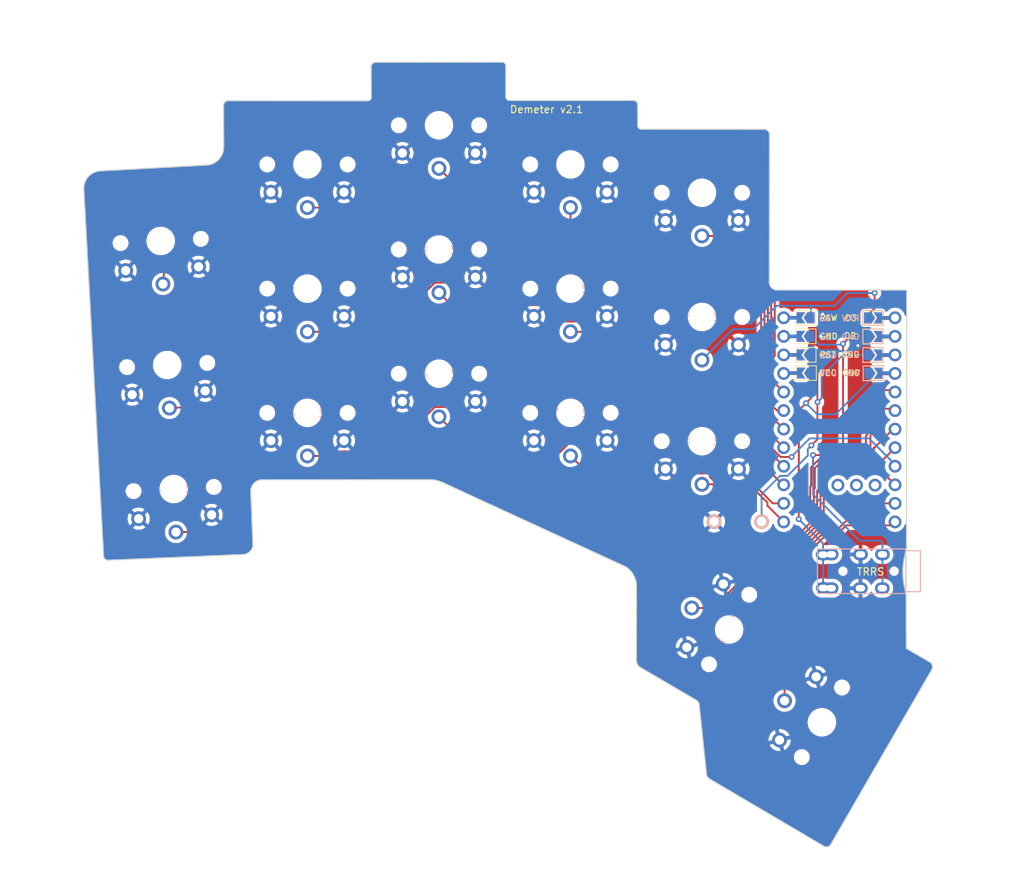
<source format=kicad_pcb>
(kicad_pcb (version 20221018) (generator pcbnew)
  (layers (0 "F.Cu" signal) (31 "B.Cu" signal) (34 "B.Paste" user) (35 "F.Paste" user) (36 "B.SilkS" user "B.Silkscreen") (37 "F.SilkS" user "F.Silkscreen") (38 "B.Mask" user) (39 "F.Mask" user) (44 "Edge.Cuts" user))
  (net 0 "")
  (net 1 "BT+")
  (net 2 "gnd")
  (net 3 "vcc")
  (net 4 "Switch18")
  (net 5 "reset")
  (net 6 "Switch1")
  (net 7 "Switch2")
  (net 8 "Switch3")
  (net 9 "Switch4")
  (net 10 "Switch5")
  (net 11 "Switch6")
  (net 12 "Switch7")
  (net 13 "Switch8")
  (net 14 "Switch9")
  (net 15 "Switch10")
  (net 16 "Switch11")
  (net 17 "Switch12")
  (net 18 "Switch13")
  (net 19 "Switch14")
  (net 20 "Switch15")
  (net 21 "Switch16")
  (net 22 "Switch17")
  (net 23 "raw")
  (footprint "Kailh:SW_PG1350_rev_DPB2.2" (layer "F.Cu") (at 83.824561 69.496826 3)
    (fp_text reference "SW2" hide)
    (fp_text value "SW_Push" hide)
  )
  (footprint "Kailh:SW_PG1350_rev_DPB2.2" (layer "F.Cu") (at 103.91 59.02)
    (fp_text reference "SW3" hide)
    (fp_text value "SW_Push" hide)
  )
  (footprint "Kailh:SW_PG1350_rev_DPB2.2" (layer "F.Cu") (at 121.91 53.66)
    (fp_text reference "SW4" hide)
    (fp_text value "SW_Push" hide)
  )
  (footprint "Kailh:SW_PG1350_rev_DPB2.2" (layer "F.Cu") (at 139.91 59.02)
    (fp_text reference "SW5" hide)
    (fp_text value "SW_Push" hide)
  )
  (footprint "Kailh:SW_PG1350_rev_DPB2.2" (layer "F.Cu") (at 157.91 62.9)
    (fp_text reference "SW6" hide)
    (fp_text value "SW_Push" hide)
  )
  (footprint "Kailh:SW_PG1350_rev_DPB2.2" (layer "F.Cu") (at 84.714271 86.473528 3)
    (fp_text reference "SW8" hide)
    (fp_text value "SW_Push" hide)
  )
  (footprint "Kailh:SW_PG1350_rev_DPB2.2" (layer "F.Cu") (at 103.91 76.02)
    (fp_text reference "SW9" hide)
    (fp_text value "SW_Push" hide)
  )
  (footprint "Kailh:SW_PG1350_rev_DPB2.2" (layer "F.Cu") (at 121.91 70.66)
    (fp_text reference "SW10" hide)
    (fp_text value "SW_Push" hide)
  )
  (footprint "Kailh:SW_PG1350_rev_DPB2.2" (layer "F.Cu") (at 139.91 76.02)
    (fp_text reference "SW11" hide)
    (fp_text value "SW_Push" hide)
  )
  (footprint "Kailh:SW_PG1350_rev_DPB2.2" (layer "F.Cu") (at 157.91 79.9)
    (fp_text reference "SW12" hide)
    (fp_text value "SW_Push" hide)
  )
  (footprint "Kailh:SW_PG1350_rev_DPB2.2" (layer "F.Cu") (at 85.603983 103.45023 3)
    (fp_text reference "SW14" hide)
    (fp_text value "SW_Push" hide)
  )
  (footprint "Kailh:SW_PG1350_rev_DPB2.2" (layer "F.Cu") (at 103.91 93.02)
    (fp_text reference "SW15" hide)
    (fp_text value "SW_Push" hide)
  )
  (footprint "Kailh:SW_PG1350_rev_DPB2.2" (layer "F.Cu") (at 121.91 87.66)
    (fp_text reference "SW16" hide)
    (fp_text value "SW_Push" hide)
  )
  (footprint "Kailh:SW_PG1350_rev_DPB2.2" (layer "F.Cu") (at 139.91 93.02)
    (fp_text reference "SW17" hide)
    (fp_text value "SW_Push" hide)
  )
  (footprint "Kailh:SW_PG1350_rev_DPB2.2" (layer "F.Cu") (at 157.91 96.9)
    (fp_text reference "SW18" hide)
    (fp_text value "SW_Push" hide)
  )
  (footprint "Kailh:SW_PG1350_rev_DPB2.2" (layer "F.Cu") (at 161.624075 122.677892 -120)
    (fp_text reference "SW20" hide)
    (fp_text value "SW_Push" hide)
  )
  (footprint "Kailh:SW_PG1350_15_reversible_b2V2" (layer "F.Cu") (at 174.324075 135.377892 -120)
    (fp_text reference "SW21" hide)
    (fp_text value "SW_Push" hide)
  )
  (footprint "kbd:ProMicroSimpleJumperDPBnn2" (layer "F.Cu") (at 178.745918 91.948)
    (fp_text reference "U1" hide)
    (fp_text value "ProMicro-kbd" hide)
  )
  (footprint "kbd:ResetSW" (layer "B.Cu") (at 162.82 107.905 180)
    (fp_text reference "RSW1" hide)
    (fp_text value "SW_Push")
  )
  (footprint "kbd:TRRS-PJ-DPB2" (layer "B.Cu") (at 185.8125 114.6975 90)
    (fp_text reference "J2")
    (fp_text value "AudioJack4dpb" hide)
  )
  (gr_line (start 92.424593 50.921574) (end 92.446098 56.582542) (stroke (width 0.15)) (layer "Edge.Cuts"))
  (gr_line (start 167.152226 54.98124) (end 167.132 75.098515) (stroke (width 0.15)) (layer "Edge.Cuts"))
  (gr_line (start 122.85 102.76) (end 147.46 114.09) (stroke (width 0.15)) (layer "Edge.Cuts"))
  (gr_arc (start 131.564 50.264) (mid 131.210447 50.117553) (end 131.064 49.764) (stroke (width 0.15)) (layer "Edge.Cuts"))
  (gr_arc (start 130.564 45.014) (mid 130.917553 45.160447) (end 131.064 45.514) (stroke (width 0.15)) (layer "Edge.Cuts"))
  (gr_line (start 76.001082 112.569869) (end 73.288472 62.196856) (stroke (width 0.15)) (layer "Edge.Cuts"))
  (gr_arc (start 185.868101 117.778397) (mid 185.424874 114.73) (end 185.911057 111.688157) (stroke (width 0.15)) (layer "Edge.Cuts"))
  (gr_line (start 149.41 127.83) (end 157.180696 132.38388) (stroke (width 0.15)) (layer "Edge.Cuts"))
  (gr_line (start 112.656447 49.806447) (end 112.614589 45.671567) (stroke (width 0.15)) (layer "Edge.Cuts"))
  (gr_line (start 148.574 50.264) (end 131.564 50.264) (stroke (width 0.15)) (layer "Edge.Cuts"))
  (gr_line (start 95.212469 112.409054) (end 76.632508 113.194884) (stroke (width 0.15)) (layer "Edge.Cuts"))
  (gr_arc (start 148.574 50.264) (mid 148.945918 50.432896) (end 149.098 50.812) (stroke (width 0.15)) (layer "Edge.Cuts"))
  (gr_line (start 130.564 45.014) (end 113.254589 45.041567) (stroke (width 0.15)) (layer "Edge.Cuts"))
  (gr_arc (start 166.49 54.22) (mid 166.977781 54.464323) (end 167.152226 54.98124) (stroke (width 0.15)) (layer "Edge.Cuts"))
  (gr_line (start 112.156447 50.306447) (end 93.064593 50.291574) (stroke (width 0.15)) (layer "Edge.Cuts"))
  (gr_line (start 175.49 152.180001) (end 189.38 128.15) (stroke (width 0.15)) (layer "Edge.Cuts"))
  (gr_arc (start 96.16 103.73) (mid 96.615058 102.63798) (end 97.71 102.19) (stroke (width 0.15)) (layer "Edge.Cuts"))
  (gr_line (start 96.46 111.19) (end 96.16 103.73) (stroke (width 0.15)) (layer "Edge.Cuts"))
  (gr_arc (start 92.424593 50.921574) (mid 92.62 50.48) (end 93.064593 50.291574) (stroke (width 0.15)) (layer "Edge.Cuts"))
  (gr_arc (start 120.5 102.16) (mid 121.712838 102.311802) (end 122.85 102.76) (stroke (width 0.15)) (layer "Edge.Cuts"))
  (gr_arc (start 112.656447 49.806447) (mid 112.51 50.16) (end 112.156447 50.306447) (stroke (width 0.15)) (layer "Edge.Cuts"))
  (gr_arc (start 168.026236 76.197223) (mid 167.368638 75.819177) (end 167.132 75.098515) (stroke (width 0.15)) (layer "Edge.Cuts"))
  (gr_line (start 185.868101 117.778397) (end 185.88305 125.2612) (stroke (width 0.15)) (layer "Edge.Cuts"))
  (gr_arc (start 175.49 152.180001) (mid 175.108624 152.419527) (end 174.66 152.38) (stroke (width 0.15)) (layer "Edge.Cuts"))
  (gr_arc (start 76.632508 113.194884) (mid 76.182353 113.018182) (end 76.001082 112.569869) (stroke (width 0.15)) (layer "Edge.Cuts"))
  (gr_line (start 166.49 54.22) (end 149.618226 54.19924) (stroke (width 0.15)) (layer "Edge.Cuts"))
  (gr_line (start 90.188006 59.092542) (end 75.756732 59.893213) (stroke (width 0.15)) (layer "Edge.Cuts"))
  (gr_line (start 148.95 116.89) (end 148.94 126.79) (stroke (width 0.15)) (layer "Edge.Cuts"))
  (gr_arc (start 92.446098 56.582542) (mid 91.82 58.29) (end 90.188006 59.092542) (stroke (width 0.15)) (layer "Edge.Cuts"))
  (gr_arc (start 96.46 111.19) (mid 96.038698 112.00672) (end 95.212469 112.409054) (stroke (width 0.15)) (layer "Edge.Cuts"))
  (gr_arc (start 147.46 114.09) (mid 148.574758 115.293232) (end 148.95 116.89) (stroke (width 0.15)) (layer "Edge.Cuts"))
  (gr_arc (start 157.180696 132.38388) (mid 157.386799 132.597964) (end 157.510136 132.868323) (stroke (width 0.15)) (layer "Edge.Cuts"))
  (gr_arc (start 149.41 127.83) (mid 149.038223 127.371816) (end 148.94 126.79) (stroke (width 0.15)) (layer "Edge.Cuts"))
  (gr_arc (start 73.288472 62.196856) (mid 74.061003 60.550446) (end 75.756732 59.893213) (stroke (width 0.15)) (layer "Edge.Cuts"))
  (gr_line (start 189.06 127.11) (end 185.88305 125.2612) (stroke (width 0.15)) (layer "Edge.Cuts"))
  (gr_arc (start 112.614589 45.671567) (mid 112.81 45.23) (end 113.254589 45.041567) (stroke (width 0.15)) (layer "Edge.Cuts"))
  (gr_line (start 185.936622 76.202776) (end 168.026236 76.197223) (stroke (width 0.15)) (layer "Edge.Cuts"))
  (gr_line (start 149.118226 53.69924) (end 149.098 50.812) (stroke (width 0.15)) (layer "Edge.Cuts"))
  (gr_line (start 185.936622 76.202776) (end 185.911057 111.688157) (stroke (width 0.15)) (layer "Edge.Cuts"))
  (gr_arc (start 189.06 127.11) (mid 189.433894 127.564186) (end 189.38 128.15) (stroke (width 0.15)) (layer "Edge.Cuts"))
  (gr_arc (start 158.918624 143.109539) (mid 158.654126 142.831891) (end 158.528624 142.469539) (stroke (width 0.15)) (layer "Edge.Cuts"))
  (gr_arc (start 149.618226 54.19924) (mid 149.264673 54.052793) (end 149.118226 53.69924) (stroke (width 0.15)) (layer "Edge.Cuts"))
  (gr_line (start 97.71 102.19) (end 120.5 102.16) (stroke (width 0.15)) (layer "Edge.Cuts"))
  (gr_line (start 157.510136 132.868323) (end 158.528624 142.469539) (stroke (width 0.15)) (layer "Edge.Cuts"))
  (gr_line (start 131.064 49.764) (end 131.064 45.514) (stroke (width 0.15)) (layer "Edge.Cuts"))
  (gr_line (start 158.918624 143.109539) (end 174.66 152.38) (stroke (width 0.15)) (layer "Edge.Cuts"))
  (gr_text "Demeter v2.1" (at 131.54 52.08) (layer "F.SilkS") (effects (font (size 1 1)) (justify left bottom)))
  (segment (start 181.595918 102.918) (end 182.251918 102.918) (width 0.25) (layer "B.Cu") (net 1))
  (segment (start 180.615918 85.128) (end 180.660918 85.173) (width 0.25) (layer "F.Cu") (net 2))
  (segment (start 174.427918 79.248) (end 174.427918 79.502) (width 0.25) (layer "F.Cu") (net 2))
  (segment (start 180.615918 85.128) (end 180.561918 85.128) (width 0.25) (layer "F.Cu") (net 2))
  (segment (start 172.840918 82.548) (end 174.171918 82.548) (width 0.25) (layer "F.Cu") (net 2))
  (segment (start 180.660918 85.173) (end 180.660918 87.618) (width 0.25) (layer "F.Cu") (net 2))
  (segment (start 180.561918 85.128) (end 179.253918 83.82) (width 0.25) (layer "F.Cu") (net 2))
  (via (at 179.253918 83.82) (size 0.8) (drill 0.4) (layers "F.Cu" "B.Cu") (net 2))
  (via (at 174.427918 79.502) (size 0.8) (drill 0.4) (layers "F.Cu" "B.Cu") (net 2))
  (via (at 174.171918 82.548) (size 0.8) (drill 0.4) (layers "F.Cu" "B.Cu") (net 2))
  (segment (start 161.894001 99.684001) (end 162.91 100.7) (width 0.25) (layer "B.Cu") (net 2))
  (segment (start 174.171918 82.548) (end 177.981918 82.548) (width 0.25) (layer "B.Cu") (net 2))
  (segment (start 174.171918 82.548) (end 174.171918 79.758) (width 0.25) (layer "B.Cu") (net 2))
  (segment (start 179.6125 117.0075) (end 179.5925 117.0275) (width 0.25) (layer "B.Cu") (net 2))
  (segment (start 180.525918 82.548) (end 179.253918 83.82) (width 0.25) (layer "B.Cu") (net 2))
  (segment (start 172.860918 85.133) (end 172.815918 85.088) (width 0.25) (layer "B.Cu") (net 2))
  (segment (start 172.860918 87.578) (end 172.860918 85.133) (width 0.25) (layer "B.Cu") (net 2))
  (segment (start 174.171918 79.758) (end 174.427918 79.502) (width 0.25) (layer "B.Cu") (net 2))
  (segment (start 161.894001 84.715999) (end 161.894001 99.684001) (width 0.25) (layer "B.Cu") (net 2))
  (segment (start 177.981918 82.548) (end 179.253918 83.82) (width 0.25) (layer "B.Cu") (net 2))
  (segment (start 178.491918 84.582) (end 173.321918 84.582) (width 0.25) (layer "B.Cu") (net 2))
  (segment (start 173.321918 84.582) (end 172.815918 85.088) (width 0.25) (layer "B.Cu") (net 2))
  (segment (start 180.590918 82.548) (end 180.525918 82.548) (width 0.25) (layer "B.Cu") (net 2))
  (segment (start 179.253918 83.82) (end 178.491918 84.582) (width 0.25) (layer "B.Cu") (net 2))
  (segment (start 162.91 83.7) (end 161.894001 84.715999) (width 0.25) (layer "B.Cu") (net 2))
  (segment (start 179.6125 112.3975) (end 179.6125 117.0075) (width 0.25) (layer "B.Cu") (net 2))
  (segment (start 171.15 107.57) (end 171.18 107.58) (width 0.25) (layer "F.Cu") (net 3))
  (segment (start 172.885918 90.95) (end 172.141918 91.694) (width 0.25) (layer "F.Cu") (net 3))
  (segment (start 172.141918 91.694) (end 171.18 92.655918) (width 0.25) (layer "F.Cu") (net 3))
  (segment (start 172.885918 87.578) (end 172.885918 90.95) (width 0.25) (layer "F.Cu") (net 3))
  (segment (start 171.18 92.655918) (end 171.15 107.57) (width 0.25) (layer "F.Cu") (net 3))
  (via (at 171.15 107.57) (size 0.8) (drill 0.4) (layers "F.Cu" "B.Cu") (net 3))
  (via (at 172.141918 91.694) (size 0.8) (drill 0.4) (layers "F.Cu" "B.Cu") (net 3))
  (segment (start 176.205918 93.218) (end 173.665918 93.218) (width 0.25) (layer "B.Cu") (net 3))
  (segment (start 180.635918 88.788) (end 176.205918 93.218) (width 0.25) (layer "B.Cu") (net 3))
  (segment (start 180.635918 87.578) (end 180.635918 88.788) (width 0.25) (layer "B.Cu") (net 3))
  (segment (start 175.5625 116.9975) (end 175.5925 117.0275) (width 0.25) (layer "B.Cu") (net 3))
  (segment (start 174.4925 110.9125) (end 174.4925 112.4275) (width 0.25) (layer "B.Cu") (net 3))
  (segment (start 171.15 107.57) (end 174.4925 110.9125) (width 0.25) (layer "B.Cu") (net 3))
  (segment (start 174.4925 112.4275) (end 174.4925 116.9775) (width 0.25) (layer "B.Cu") (net 3))
  (segment (start 174.4925 116.9775) (end 174.5125 116.9975) (width 0.25) (layer "B.Cu") (net 3))
  (segment (start 175.6125 112.3975) (end 174.5225 112.3975) (width 0.25) (layer "B.Cu") (net 3))
  (segment (start 173.665918 93.218) (end 172.141918 91.694) (width 0.25) (layer "B.Cu") (net 3))
  (segment (start 174.5225 112.3975) (end 174.4925 112.4275) (width 0.25) (layer "B.Cu") (net 3))
  (segment (start 174.5125 116.9975) (end 175.5625 116.9975) (width 0.25) (layer "B.Cu") (net 3))
  (segment (start 175.727723 98.806) (end 177.221918 97.311805) (width 0.25) (layer "F.Cu") (net 4))
  (segment (start 177.221918 97.311805) (end 177.221918 83.566) (width 0.25) (layer "F.Cu") (net 4))
  (segment (start 177.221918 83.566) (end 178.199918 82.588) (width 0.25) (layer "F.Cu") (net 4))
  (segment (start 178.199918 82.588) (end 180.615918 82.588) (width 0.25) (layer "F.Cu") (net 4))
  (segment (start 173.120418 98.806) (end 175.727723 98.806) (width 0.25) (layer "F.Cu") (net 4))
  (via (at 177.221918 83.566) (size 0.8) (drill 0.4) (layers "F.Cu" "B.Cu") (net 4))
  (via (at 173.120418 98.806) (size 0.8) (drill 0.4) (layers "F.Cu" "B.Cu") (net 4))
  (segment (start 182.37 110.52) (end 182.6125 110.7625) (width 0.25) (layer "B.Cu") (net 4))
  (segment (start 179.46 110.52) (end 182.37 110.52) (width 0.25) (layer "B.Cu") (net 4))
  (segment (start 182.6125 117.0075) (end 182.5925 117.0275) (width 0.25) (layer "B.Cu") (net 4))
  (segment (start 182.6125 110.7625) (end 182.6125 112.3975) (width 0.25) (layer "B.Cu") (net 4))
  (segment (start 176.967918 83.566) (end 176.840918 83.693) (width 0.25) (layer "B.Cu") (net 4))
  (segment (start 173.960918 83.693) (end 172.815918 82.548) (width 0.25) (layer "B.Cu") (net 4))
  (segment (start 173.120418 98.806) (end 173.120418 101.221395) (width 0.25) (layer "B.Cu") (net 4))
  (segment (start 176.840918 83.693) (end 173.960918 83.693) (width 0.25) (layer "B.Cu") (net 4))
  (segment (start 177.221918 83.566) (end 176.967918 83.566) (width 0.25) (layer "B.Cu") (net 4))
  (segment (start 173.120418 104.180418) (end 179.46 110.52) (width 0.25) (layer "B.Cu") (net 4))
  (segment (start 182.6125 112.3975) (end 182.6125 117.0075) (width 0.25) (layer "B.Cu") (net 4))
  (segment (start 173.120418 98.806) (end 173.120418 104.180418) (width 0.25) (layer "B.Cu") (net 4))
  (segment (start 173.710918 96.649082) (end 173.710918 91.559082) (width 0.25) (layer "F.Cu") (net 5))
  (segment (start 173.710918 85.308918) (end 173.710918 91.520918) (width 0.25) (layer "F.Cu") (net 5))
  (segment (start 172.840918 85.088) (end 173.49 85.088) (width 0.25) (layer "F.Cu") (net 5))
  (segment (start 173.710918 91.520918) (end 173.73 91.54) (width 0.25) (layer "F.Cu") (net 5))
  (segment (start 173.710918 91.559082) (end 173.73 91.54) (width 0.25) (layer "F.Cu") (net 5))
  (segment (start 173.49 85.088) (end 173.663918 85.088) (width 0.25) (layer "F.Cu") (net 5))
  (segment (start 172.885 97.475) (end 173.710918 96.649082) (width 0.25) (layer "F.Cu") (net 5))
  (segment (start 173.49 85.088) (end 173.710918 85.308918) (width 0.25) (layer "F.Cu") (net 5))
  (via (at 172.885 97.475) (size 0.8) (drill 0.4) (layers "F.Cu" "B.Cu") (net 5))
  (via (at 173.73 91.54) (size 0.8) (drill 0.4) (layers "F.Cu" "B.Cu") (net 5))
  (segment (start 166.07 104.18) (end 166.07 107.905) (width 0.25) (layer "B.Cu") (net 5))
  (segment (start 174.300918 90.969082) (end 174.300918 88.011) (width 0.25) (layer "B.Cu") (net 5))
  (segment (start 172.395418 98.864795) (end 169.610213 101.65) (width 0.25) (layer "B.Cu") (net 5))
  (segment (start 173.73 91.54) (end 174.300918 90.969082) (width 0.25) (layer "B.Cu") (net 5))
  (segment (start 172.395418 97.964582) (end 172.395418 98.864795) (width 0.25) (layer "B.Cu") (net 5))
  (segment (start 168.6 101.65) (end 166.07 104.18) (width 0.25) (layer "B.Cu") (net 5))
  (segment (start 177.223918 85.088) (end 180.590918 85.088) (width 0.25) (layer "B.Cu") (net 5))
  (segment (start 174.300918 88.011) (end 177.223918 85.088) (width 0.25) (layer "B.Cu") (net 5))
  (segment (start 172.885 97.475) (end 172.395418 97.964582) (width 0.25) (layer "B.Cu") (net 5))
  (segment (start 169.610213 101.65) (end 168.6 101.65) (width 0.25) (layer "B.Cu") (net 5))
  (segment (start 165.862 84.328) (end 165.1 85.09) (width 0.25) (layer "F.Cu") (net 6))
  (segment (start 86.966298 71.035103) (end 91.249936 71.409873) (width 0.25) (layer "F.Cu") (net 6))
  (segment (start 133.615833 65.36952) (end 138.884874 70.63856) (width 0.25) (layer "F.Cu") (net 6))
  (segment (start 112.268 65.36952) (end 133.615833 65.36952) (width 0.25) (layer "F.Cu") (net 6))
  (segment (start 165.390594 91.911406) (end 165.437078 91.911406) (width 0.25) (layer "F.Cu") (net 6))
  (segment (start 165.122 91.642812) (end 165.390594 91.911406) (width 0.25) (layer "F.Cu") (net 6))
  (segment (start 84.319965 73.255641) (end 86.966298 71.035103) (width 0.25) (layer "F.Cu") (net 6))
  (segment (start 104.83628 72.15876) (end 105.47876 72.15876) (width 0.25) (layer "F.Cu") (net 6))
  (segment (start 91.249936 71.409873) (end 91.868082 72.146551) (width 0.25) (layer "F.Cu") (net 6))
  (segment (start 168.669023 99.06) (end 170.18 99.06) (width 0.25) (layer "F.Cu") (net 6))
  (segment (start 152.07 74.17) (end 161.8 74.17) (width 0.25) (layer "F.Cu") (net 6))
  (segment (start 165.1 85.09) (end 165.1 86.21344) (width 0.25) (layer "F.Cu") (net 6))
  (segment (start 166.01344 78.38344) (end 166.01344 84.328) (width 0.25) (layer "F.Cu") (net 6))
  (segment (start 104.824071 72.146551) (end 104.83628 72.15876) (width 0.25) (layer "F.Cu") (net 6))
  (segment (start 166.622604 93.096932) (end 166.622604 97.013581) (width 0.25) (layer "F.Cu") (net 6))
  (segment (start 166.01344 84.328) (end 165.862 84.328) (width 0.25) (layer "F.Cu") (net 6))
  (segment (start 84.133343 75.38874) (end 84.319965 73.255641) (width 0.25) (layer "F.Cu") (net 6))
  (segment (start 166.622604 97.013581) (end 168.669023 99.06) (width 0.25) (layer "F.Cu") (net 6))
  (segment (start 91.868082 72.146551) (end 104.824071 72.146551) (width 0.25) (layer "F.Cu") (net 6))
  (segment (start 105.47876 72.15876) (end 112.268 65.36952) (width 0.25) (layer "F.Cu") (net 6))
  (segment (start 161.8 74.17) (end 166.01344 78.38344) (width 0.25) (layer "F.Cu") (net 6))
  (segment (start 165.1 86.21344) (end 165.122 86.23544) (width 0.25) (layer "F.Cu") (net 6))
  (segment (start 165.122 86.23544) (end 165.122 91.642812) (width 0.25) (layer "F.Cu") (net 6))
  (segment (start 165.437078 91.911406) (end 166.622604 93.096932) (width 0.25) (layer "F.Cu") (net 6))
  (segment (start 138.884874 70.63856) (end 148.53856 70.63856) (width 0.25) (layer "F.Cu") (net 6))
  (segment (start 148.53856 70.63856) (end 152.07 74.17) (width 0.25) (layer "F.Cu") (net 6))
  (via (at 170.18 99.06) (size 0.8) (drill 0.4) (layers "F.Cu" "B.Cu") (net 6))
  (segment (start 170.109918 99.06) (end 172.649918 96.52) (width 0.25) (layer "B.Cu") (net 6))
  (segment (start 180.769318 96.52) (end 184.325318 100.076) (width 0.25) (layer "B.Cu") (net 6))
  (segment (start 172.649918 96.52) (end 180.769318 96.52) (width 0.25) (layer "B.Cu") (net 6))
  (segment (start 166.46344 78.16) (end 166.46344 84.582) (width 0.25) (layer "F.Cu") (net 7))
  (segment (start 152.256396 73.72) (end 148.724956 70.18856) (width 0.25) (layer "F.Cu") (net 7))
  (segment (start 166.46344 84.582) (end 166.145242 84.900198) (width 0.25) (layer "F.Cu") (net 7))
  (segment (start 139.444823 70.18904) (end 139.445303 70.18856) (width 0.25) (layer "F.Cu") (net 7))
  (segment (start 103.91 64.92) (end 133.802031 64.92) (width 0.25) (layer "F.Cu") (net 7))
  (segment (start 161.55 73.72) (end 161.986396 73.72) (width 0.25) (layer "F.Cu") (net 7))
  (segment (start 139.071071 70.18904) (end 139.444823 70.18904) (width 0.25) (layer "F.Cu") (net 7))
  (segment (start 167.098959 95.791041) (end 169.095918 97.788) (width 0.25) (layer "F.Cu") (net 7))
  (segment (start 165.618484 91.456416) (end 167.098959 92.936891) (width 0.25) (layer "F.Cu") (net 7))
  (segment (start 148.724956 70.18856) (end 139.445303 70.18856) (width 0.25) (layer "F.Cu") (net 7))
  (segment (start 165.572 85.254396) (end 165.572 91.456416) (width 0.25) (layer "F.Cu") (net 7))
  (segment (start 166.426396 78.16) (end 166.46344 78.16) (width 0.25) (layer "F.Cu") (net 7))
  (segment (start 166.145242 84.900198) (end 165.926198 84.900198) (width 0.25) (layer "F.Cu") (net 7))
  (segment (start 165.572 91.456416) (end 165.618484 91.456416) (width 0.25) (layer "F.Cu") (net 7))
  (segment (start 161.91 73.72) (end 161.55 73.72) (width 0.25) (layer "F.Cu") (net 7))
  (segment (start 161.55 73.72) (end 152.256396 73.72) (width 0.25) (layer "F.Cu") (net 7))
  (segment (start 167.098959 92.936891) (end 167.098959 95.791041) (width 0.25) (layer "F.Cu") (net 7))
  (segment (start 161.986396 73.72) (end 166.426396 78.16) (width 0.25) (layer "F.Cu") (net 7))
  (segment (start 133.802031 64.92) (end 139.071071 70.18904) (width 0.25) (layer "F.Cu") (net 7))
  (segment (start 165.926198 84.900198) (end 165.572 85.254396) (width 0.25) (layer "F.Cu") (net 7))
  (segment (start 166.022 85.659836) (end 166.022 91.186) (width 0.25) (layer "F.Cu") (net 8))
  (segment (start 166.845836 84.836) (end 166.022 85.659836) (width 0.25) (layer "F.Cu") (net 8))
  (segment (start 167.606959 93.759041) (end 169.095918 95.248) (width 0.25) (layer "F.Cu") (net 8))
  (segment (start 167.64 93.726) (end 167.606959 93.759041) (width 0.25) (layer "F.Cu") (net 8))
  (segment (start 152.442792 73.27) (end 162.494396 73.27) (width 0.25) (layer "F.Cu") (net 8))
  (segment (start 166.022 91.186) (end 167.64 92.804) (width 0.25) (layer "F.Cu") (net 8))
  (segment (start 162.494396 73.27) (end 163.652198 74.427802) (width 0.25) (layer "F.Cu") (net 8))
  (segment (start 133.988427 64.47) (end 139.257947 69.73952) (width 0.25) (layer "F.Cu") (net 8))
  (segment (start 126.82 64.47) (end 133.988427 64.47) (width 0.25) (layer "F.Cu") (net 8))
  (segment (start 166.936 77.711604) (end 166.936 84.836) (width 0.25) (layer "F.Cu") (net 8))
  (segment (start 139.258907 69.73856) (end 148.911352 69.73856) (width 0.25) (layer "F.Cu") (net 8))
  (segment (start 167.64 92.804) (end 167.64 93.726) (width 0.25) (layer "F.Cu") (net 8))
  (segment (start 148.911352 69.73856) (end 152.442792 73.27) (width 0.25) (layer "F.Cu") (net 8))
  (segment (start 139.257947 69.73952) (end 139.258907 69.73856) (width 0.25) (layer "F.Cu") (net 8))
  (segment (start 163.652198 74.427802) (end 166.936 77.711604) (width 0.25) (layer "F.Cu") (net 8))
  (segment (start 166.936 84.836) (end 166.845836 84.836) (width 0.25) (layer "F.Cu") (net 8))
  (segment (start 121.91 59.56) (end 126.82 64.47) (width 0.25) (layer "F.Cu") (net 8))
  (segment (start 166.472 90.999604) (end 168.180396 92.708) (width 0.25) (layer "F.Cu") (net 9))
  (segment (start 149.097748 69.28856) (end 142.20856 69.28856) (width 0.25) (layer "F.Cu") (net 9))
  (segment (start 139.91 66.99) (end 139.91 64.92) (width 0.25) (layer "F.Cu") (net 9))
  (segment (start 142.20856 69.28856) (end 139.91 66.99) (width 0.25) (layer "F.Cu") (net 9))
  (segment (start 154.032 72.782) (end 154.03 72.78) (width 0.25) (layer "F.Cu") (net 9))
  (segment (start 162.778 72.782) (end 154.032 72.782) (width 0.25) (layer "F.Cu") (net 9))
  (segment (start 167.386 77.978) (end 167.386 85.09) (width 0.25) (layer "F.Cu") (net 9))
  (segment (start 153.99 72.82) (end 152.629188 72.82) (width 0.25) (layer "F.Cu") (net 9))
  (segment (start 154.03 72.78) (end 153.99 72.82) (width 0.25) (layer "F.Cu") (net 9))
  (segment (start 152.629188 72.82) (end 149.097748 69.28856) (width 0.25) (layer "F.Cu") (net 9))
  (segment (start 167.386 77.39) (end 167.386 77.978) (width 0.25) (layer "F.Cu") (net 9))
  (segment (start 162.778 72.782) (end 167.386 77.39) (width 0.25) (layer "F.Cu") (net 9))
  (segment (start 166.472 86.004) (end 166.472 90.999604) (width 0.25) (layer "F.Cu") (net 9))
  (segment (start 167.386 85.09) (end 166.472 86.004) (width 0.25) (layer "F.Cu") (net 9))
  (segment (start 168.180396 92.708) (end 169.095918 92.708) (width 0.25) (layer "F.Cu") (net 9))
  (segment (start 159.432396 68.8) (end 157.91 68.8) (width 0.25) (layer "F.Cu") (net 10))
  (segment (start 167.848396 77.216) (end 159.432396 68.8) (width 0.25) (layer "F.Cu") (net 10))
  (segment (start 167.86952 77.216) (end 167.848396 77.216) (width 0.25) (layer "F.Cu") (net 10))
  (segment (start 169.095918 90.168) (end 167.065918 88.138) (width 0.25) (layer "F.Cu") (net 10))
  (segment (start 167.86952 85.242876) (end 167.86952 77.216) (width 0.25) (layer "F.Cu") (net 10))
  (segment (start 166.922 88.138) (end 166.922 86.190396) (width 0.25) (layer "F.Cu") (net 10))
  (segment (start 166.922 86.190396) (end 167.86952 85.242876) (width 0.25) (layer "F.Cu") (net 10))
  (segment (start 167.065918 88.138) (end 166.922 88.138) (width 0.25) (layer "F.Cu") (net 10))
  (segment (start 164.672 91.829208) (end 166.060792 93.218) (width 0.25) (layer "F.Cu") (net 11))
  (segment (start 166.107276 93.218) (end 166.107276 97.339358) (width 0.25) (layer "F.Cu") (net 11))
  (segment (start 93.531815 90.511352) (end 91.741833 92.013326) (width 0.25) (layer "F.Cu") (net 11))
  (segment (start 163.161188 87.62) (end 164.672 89.130812) (width 0.25) (layer "F.Cu") (net 11))
  (segment (start 93.632037 88.485963) (end 102.616 79.502) (width 0.25) (layer "F.Cu") (net 11))
  (segment (start 141.978112 79.61896) (end 149.284198 86.925046) (width 0.25) (layer "F.Cu") (net 11))
  (segment (start 150.33 87.62) (end 163.161188 87.62) (width 0.25) (layer "F.Cu") (net 11))
  (segment (start 123.469969 74.749969) (end 126.095 77.375) (width 0.25) (layer "F.Cu") (net 11))
  (segment (start 126.095 77.375) (end 136.430717 77.375) (width 0.25) (layer "F.Cu") (net 11))
  (segment (start 138.674677 79.61896) (end 141.978112 79.61896) (width 0.25) (layer "F.Cu") (net 11))
  (segment (start 164.672 89.130812) (end 164.672 91.829208) (width 0.25) (layer "F.Cu") (net 11))
  (segment (start 166.060792 93.218) (end 166.107276 93.218) (width 0.25) (layer "F.Cu") (net 11))
  (segment (start 93.632037 89.365814) (end 93.632037 88.485963) (width 0.25) (layer "F.Cu") (net 11))
  (segment (start 121.168543 74.749969) (end 123.469969 74.749969) (width 0.25) (layer "F.Cu") (net 11))
  (segment (start 107.188 81.46048) (end 114.458032 81.46048) (width 0.25) (layer "F.Cu") (net 11))
  (segment (start 166.107276 97.339358) (end 169.095918 100.328) (width 0.25) (layer "F.Cu") (net 11))
  (segment (start 85.023054 92.365442) (end 91.741833 92.013326) (width 0.25) (layer "F.Cu") (net 11))
  (segment (start 136.430717 77.375) (end 138.674677 79.61896) (width 0.25) (layer "F.Cu") (net 11))
  (segment (start 149.284198 86.925046) (end 149.635046 86.925046) (width 0.25) (layer "F.Cu") (net 11))
  (segment (start 114.458032 81.46048) (end 121.168543 74.749969) (width 0.25) (layer "F.Cu") (net 11))
  (segment (start 102.616 79.502) (end 105.22952 79.502) (width 0.25) (layer "F.Cu") (net 11))
  (segment (start 105.22952 79.502) (end 107.188 81.46048) (width 0.25) (layer "F.Cu") (net 11))
  (segment (start 93.632037 89.365814) (end 93.531815 90.511352) (width 0.25) (layer "F.Cu") (net 11))
  (segment (start 149.635046 86.925046) (end 150.33 87.62) (width 0.25) (layer "F.Cu") (net 11))
  (segment (start 149.154566 87.430453) (end 149.794113 88.07) (width 0.25) (layer "F.Cu") (net 12))
  (segment (start 136.76 78.34) (end 138.48848 80.06848) (width 0.25) (layer "F.Cu") (net 12))
  (segment (start 167.299741 101.178259) (end 169.4294 103.307918) (width 0.25) (layer "F.Cu") (net 12))
  (segment (start 141.791914 80.06848) (end 149.098 87.374566) (width 0.25) (layer "F.Cu") (net 12))
  (segment (start 167.136304 101.014822) (end 167.299741 101.178259) (width 0.25) (layer "F.Cu") (net 12))
  (segment (start 164.222 89.317208) (end 164.222 92.015604) (width 0.25) (layer "F.Cu") (net 12))
  (segment (start 149.794113 88.07) (end 162.974792 88.07) (width 0.25) (layer "F.Cu") (net 12))
  (segment (start 136.652 78.232) (end 136.76 78.34) (width 0.25) (layer "F.Cu") (net 12))
  (segment (start 121.354741 75.199489) (end 122.903489 75.199489) (width 0.25) (layer "F.Cu") (net 12))
  (segment (start 125.529 77.825) (end 136.245 77.825) (width 0.25) (layer "F.Cu") (net 12))
  (segment (start 149.098 87.374566) (end 149.154566 87.374566) (width 0.25) (layer "F.Cu") (net 12))
  (segment (start 162.974792 88.07) (end 164.222 89.317208) (width 0.25) (layer "F.Cu") (net 12))
  (segment (start 165.657276 93.45088) (end 165.657276 99.535794) (width 0.25) (layer "F.Cu") (net 12))
  (segment (start 138.48848 80.06848) (end 141.791914 80.06848) (width 0.25) (layer "F.Cu") (net 12))
  (segment (start 164.222 92.015604) (end 165.657276 93.45088) (width 0.25) (layer "F.Cu") (net 12))
  (segment (start 103.91 81.92) (end 114.63423 81.92) (width 0.25) (layer "F.Cu") (net 12))
  (segment (start 114.63423 81.92) (end 121.354741 75.199489) (width 0.25) (layer "F.Cu") (net 12))
  (segment (start 122.903489 75.199489) (end 125.529 77.825) (width 0.25) (layer "F.Cu") (net 12))
  (segment (start 165.657276 99.535794) (end 167.299741 101.178259) (width 0.25) (layer "F.Cu") (net 12))
  (segment (start 136.245 77.825) (end 136.76 78.34) (width 0.25) (layer "F.Cu") (net 12))
  (segment (start 149.154566 87.374566) (end 149.154566 87.430453) (width 0.25) (layer "F.Cu") (net 12))
  (segment (start 138.76 80.51848) (end 138.302084 80.51848) (width 0.25) (layer "F.Cu") (net 13))
  (segment (start 138.302084 80.51848) (end 136.058604 78.275) (width 0.25) (layer "F.Cu") (net 13))
  (segment (start 141.605717 80.518) (end 149.607717 88.52) (width 0.25) (layer "F.Cu") (net 13))
  (segment (start 163.772 92.202) (end 165.207276 93.637276) (width 0.25) (layer "F.Cu") (net 13))
  (segment (start 165.207276 93.637276) (end 165.207276 103.011328) (width 0.25) (layer "F.Cu") (net 13))
  (segment (start 123.625 78.275) (end 121.91 76.56) (width 0.25) (layer "F.Cu") (net 13))
  (segment (start 167.603948 105.408) (end 169.095918 105.408) (width 0.25) (layer "F.Cu") (net 13))
  (segment (start 136.058604 78.275) (end 123.625 78.275) (width 0.25) (layer "F.Cu") (net 13))
  (segment (start 163.772 89.503604) (end 163.772 92.202) (width 0.25) (layer "F.Cu") (net 13))
  (segment (start 162.788396 88.52) (end 163.772 89.503604) (width 0.25) (layer "F.Cu") (net 13))
  (segment (start 165.207276 103.011328) (end 167.603948 105.408) (width 0.25) (layer "F.Cu") (net 13))
  (segment (start 149.607717 88.52) (end 162.788396 88.52) (width 0.25) (layer "F.Cu") (net 13))
  (segment (start 138.76 80.51848) (end 139.68952 80.51848) (width 0.25) (layer "F.Cu") (net 13))
  (segment (start 139.68952 80.51848) (end 139.69 80.518) (width 0.25) (layer "F.Cu") (net 13))
  (segment (start 138.76 80.51848) (end 138.22848 80.51848) (width 0.25) (layer "F.Cu") (net 13))
  (segment (start 139.69 80.518) (end 141.605717 80.518) (width 0.25) (layer "F.Cu") (net 13))
  (segment (start 164.757276 93.891276) (end 164.757276 103.197724) (width 0.25) (layer "F.Cu") (net 14))
  (segment (start 166.8705 105.310948) (end 166.8705 105.76) (width 0.25) (layer "F.Cu") (net 14))
  (segment (start 163.322 89.69) (end 163.322 92.456) (width 0.25) (layer "F.Cu") (net 14))
  (segment (start 162.602 88.97) (end 163.322 89.69) (width 0.25) (layer "F.Cu") (net 14))
  (segment (start 139.954 81.932) (end 142.384 81.932) (width 0.25) (layer "F.Cu") (net 14))
  (segment (start 142.384 81.932) (end 149.422 88.97) (width 0.25) (layer "F.Cu") (net 14))
  (segment (start 163.322 92.456) (end 164.757276 93.891276) (width 0.25) (layer "F.Cu") (net 14))
  (segment (start 166.907918 105.76) (end 169.095918 107.948) (width 0.25) (layer "F.Cu") (net 14))
  (segment (start 149.422 88.97) (end 162.602 88.97) (width 0.25) (layer "F.Cu") (net 14))
  (segment (start 166.8705 105.76) (end 166.907918 105.76) (width 0.25) (layer "F.Cu") (net 14))
  (segment (start 164.757276 103.197724) (end 166.8705 105.310948) (width 0.25) (layer "F.Cu") (net 14))
  (segment (start 181.539918 76.6195) (end 181.539918 78.71438) (width 0.25) (layer "F.Cu") (net 15))
  (segment (start 181.539918 78.71438) (end 180.615918 79.63838) (width 0.25) (layer "F.Cu") (net 15))
  (segment (start 180.615918 79.63838) (end 180.615918 80.048) (width 0.25) (layer "F.Cu") (net 15))
  (via (at 181.539918 76.6195) (size 0.8) (drill 0.4) (layers "F.Cu" "B.Cu") (net 15))
  (segment (start 172.89 78.3675) (end 168.138961 78.3675) (width 0.25) (layer "B.Cu") (net 15))
  (segment (start 162.146769 81.563231) (end 164.943231 81.563231) (width 0.25) (layer "B.Cu") (net 15))
  (segment (start 176.052 78.3675) (end 172.89 78.3675) (width 0.25) (layer "B.Cu") (net 15))
  (segment (start 172.815918 80.008) (end 172.815918 78.441582) (width 0.25) (layer "B.Cu") (net 15))
  (segment (start 172.815918 80.008) (end 172.649918 80.174) (width 0.25) (layer "B.Cu") (net 15))
  (segment (start 177.8 76.6195) (end 176.052 78.3675) (width 0.25) (layer "B.Cu") (net 15))
  (segment (start 172.649918 80.174) (end 172.649918 80.58362) (width 0.25) (layer "B.Cu") (net 15))
  (segment (start 181.539918 76.6195) (end 177.8 76.6195) (width 0.25) (layer "B.Cu") (net 15))
  (segment (start 172.815918 78.441582) (end 172.89 78.3675) (width 0.25) (layer "B.Cu") (net 15))
  (segment (start 157.91 85.8) (end 162.146769 81.563231) (width 0.25) (layer "B.Cu") (net 15))
  (segment (start 168.138961 78.3675) (end 164.943231 81.563231) (width 0.25) (layer "B.Cu") (net 15))
  (segment (start 143.688232 99.74344) (end 148.97344 99.74344) (width 0.25) (layer "F.Cu") (net 16))
  (segment (start 172.845918 100.458082) (end 173.99 99.314) (width 0.25) (layer "F.Cu") (net 16))
  (segment (start 155.780812 99.96) (end 160.11 99.96) (width 0.25) (layer "F.Cu") (net 16))
  (segment (start 117.224 94.914) (end 120.370031 91.767969) (width 0.25) (layer "F.Cu") (net 16))
  (segment (start 101.848115 98.315655) (end 102.875885 97.287885) (width 0.25) (layer "F.Cu") (net 16))
  (segment (start 102.875885 97.287885) (end 104.642115 97.287885) (width 0.25) (layer "F.Cu") (net 16))
  (segment (start 153.290812 102.45) (end 155.780812 99.96) (width 0.25) (layer "F.Cu") (net 16))
  (segment (start 180.34 96.195918) (end 180.34 98.735918) (width 0.25) (layer "F.Cu") (net 16))
  (segment (start 160.11 99.96) (end 160.33 100.18) (width 0.25) (layer "F.Cu") (net 16))
  (segment (start 163.18 108.344416) (end 164.911584 110.076) (width 0.25) (layer "F.Cu") (net 16))
  (segment (start 104.642115 97.287885) (end 105.65223 98.298) (width 0.25) (layer "F.Cu") (net 16))
  (segment (start 95.43423 102.705368) (end 99.823943 98.315655) (width 0.25) (layer "F.Cu") (net 16))
  (segment (start 177.546 98.735918) (end 177.292 98.735918) (width 0.25) (layer "F.Cu") (net 16))
  (segment (start 132.65 99.391471) (end 136.221471 99.391471) (width 0.25) (layer "F.Cu") (net 16))
  (segment (start 173.99 99.314) (end 175.856119 99.314) (width 0.25) (layer "F.Cu") (net 16))
  (segment (start 160.33 101.218052) (end 163.18 104.068052) (width 0.25) (layer "F.Cu") (net 16))
  (segment (start 142.734198 98.187406) (end 142.734198 98.789406) (width 0.25) (layer "F.Cu") (net 16))
  (segment (start 111.11 98.298) (end 114.494 94.914) (width 0.25) (layer "F.Cu") (net 16))
  (segment (start 126.228678 94.65296) (end 130.83296 94.65296) (width 0.25) (layer "F.Cu") (net 16))
  (segment (start 164.911584 110.076) (end 170.71402 110.076) (width 0.25) (layer "F.Cu") (net 16))
  (segment (start 142.734198 98.789406) (end 143.688232 99.74344) (width 0.25) (layer "F.Cu") (net 16))
  (segment (start 182.301918 89.916) (end 180.523918 91.694) (width 0.25) (layer "F.Cu") (net 16))
  (segment (start 123.343687 91.767969) (end 126.228678 94.65296) (width 0.25) (layer "F.Cu") (net 16))
  (segment (start 99.823943 98.315655) (end 101.848115 98.315655) (width 0.25) (layer "F.Cu") (net 16))
  (segment (start 114.494 94.914) (end 117.224 94.914) (width 0.25) (layer "F.Cu") (net 16))
  (segment (start 180.523918 91.694) (end 180.523918 96.012) (width 0.25) (layer "F.Cu") (net 16))
  (segment (start 160.33 100.18) (end 160.33 101.218052) (width 0.25) (layer "F.Cu") (net 16))
  (segment (start 176.434201 98.735918) (end 177.546 98.735918) (width 0.25) (layer "F.Cu") (net 16))
  (segment (start 132.65 96.47) (end 132.65 99.391471) (width 0.25) (layer "F.Cu") (net 16))
  (segment (start 93.987856 109.342144) (end 95.43423 107.89577) (width 0.25) (layer "F.Cu") (net 16))
  (segment (start 163.18 104.068052) (end 163.18 108.344416) (width 0.25) (layer "F.Cu") (net 16))
  (segment (start 172.845918 102.998082) (end 172.845918 100.458082) (width 0.25) (layer "F.Cu") (net 16))
  (segment (start 136.221471 99.391471) (end 139.346942 96.266) (width 0.25) (layer "F.Cu") (net 16))
  (segment (start 172.72 103.124) (end 172.845918 102.998082) (width 0.25) (layer "F.Cu") (net 16))
  (segment (start 140.84 96.266) (end 140.84 96.293208) (width 0.25) (layer "F.Cu") (net 16))
  (segment (start 180.34 98.735918) (end 177.546 98.735918) (width 0.25) (layer "F.Cu") (net 16))
  (segment (start 140.84 96.293208) (end 142.734198 98.187406) (width 0.25) (layer "F.Cu") (net 16))
  (segment (start 85.912765 109.342144) (end 93.987856 109.342144) (width 0.25) (layer "F.Cu") (net 16))
  (segment (start 184.325318 89.916) (end 182.301918 89.916) (width 0.25) (layer "F.Cu") (net 16))
  (segment (start 151.68 102.45) (end 153.290812 102.45) (width 0.25) (layer "F.Cu") (net 16))
  (segment (start 180.523918 96.012) (end 180.34 96.195918) (width 0.25) (layer "F.Cu") (net 16))
  (segment (start 172.72 108.07002) (end 172.72 103.124) (width 0.25) (layer "F.Cu") (net 16))
  (segment (start 148.97344 99.74344) (end 151.68 102.45) (width 0.25) (layer "F.Cu") (net 16))
  (segment (start 105.65223 98.298) (end 111.11 98.298) (width 0.25) (layer "F.Cu") (net 16))
  (segment (start 130.83296 94.65296) (end 132.65 96.47) (width 0.25) (layer "F.Cu") (net 16))
  (segment (start 139.346942 96.266) (end 140.84 96.266) (width 0.25) (layer "F.Cu") (net 16))
  (segment (start 95.43423 107.89577) (end 95.43423 102.705368) (width 0.25) (layer "F.Cu") (net 16))
  (segment (start 175.856119 99.314) (end 176.434201 98.735918) (width 0.25) (layer "F.Cu") (net 16))
  (segment (start 120.370031 91.767969) (end 123.343687 91.767969) (width 0.25) (layer "F.Cu") (net 16))
  (segment (start 170.71402 110.076) (end 172.72 108.07002) (width 0.25) (layer "F.Cu") (net 16))
  (segment (start 153.167208 103.21) (end 155.967208 100.41) (width 0.25) (layer "F.Cu") (net 17))
  (segment (start 142.284198 98.975802) (end 143.501356 100.19296) (width 0.25) (layer "F.Cu") (net 17))
  (segment (start 160.107086 101.642914) (end 160.118466 101.642914) (width 0.25) (layer "F.Cu") (net 17))
  (segment (start 126.04248 95.10248) (end 130.646084 95.10248) (width 0.25) (layer "F.Cu") (net 17))
  (segment (start 140.626396 96.716) (end 142.284198 98.373802) (width 0.25) (layer "F.Cu") (net 17))
  (segment (start 159.88 101.415828) (end 160.107086 101.642914) (width 0.25) (layer "F.Cu") (net 17))
  (segment (start 132.463604 99.841471) (end 136.407867 99.841471) (width 0.25) (layer "F.Cu") (net 17))
  (segment (start 180.973918 94.234) (end 182.751918 92.456) (width 0.25) (layer "F.Cu") (net 17))
  (segment (start 162.73 108.530812) (end 164.725188 110.526) (width 0.25) (layer "F.Cu") (net 17))
  (segment (start 103.91 98.92) (end 108.118 98.92) (width 0.25) (layer "F.Cu") (net 17))
  (segment (start 175.964 99.764) (end 176.003257 99.803257) (width 0.25) (layer "F.Cu") (net 17))
  (segment (start 182.751918 92.456) (end 184.325318 92.456) (width 0.25) (layer "F.Cu") (net 17))
  (segment (start 111.296396 98.748) (end 114.453281 95.591115) (width 0.25) (layer "F.Cu") (net 17))
  (segment (start 159.75 100.41) (end 159.88 100.54) (width 0.25) (layer "F.Cu") (net 17))
  (segment (start 180.906 99.185918) (end 180.973918 99.118) (width 0.25) (layer "F.Cu") (net 17))
  (segment (start 130.646084 95.10248) (end 132.2 96.656396) (width 0.25) (layer "F.Cu") (net 17))
  (segment (start 174.186 99.764) (end 175.964 99.764) (width 0.25) (layer "F.Cu") (net 17))
  (segment (start 176.003257 99.803257) (end 176.620597 99.185918) (width 0.25) (layer "F.Cu") (net 17))
  (segment (start 123.157489 92.217489) (end 126.04248 95.10248) (width 0.25) (layer "F.Cu") (net 17))
  (segment (start 132.2 96.656396) (end 132.2 99.577867) (width 0.25) (layer "F.Cu") (net 17))
  (segment (start 148.77 100.19296) (end 150.260396 101.683356) (width 0.25) (layer "F.Cu") (net 17))
  (segment (start 139.533338 96.716) (end 140.626396 96.716) (width 0.25) (layer "F.Cu") (net 17))
  (segment (start 150.260396 101.683356) (end 150.260396 101.939604) (width 0.25) (layer "F.Cu") (net 17))
  (segment (start 151.530792 103.21) (end 153.167208 103.21) (width 0.25) (layer "F.Cu") (net 17))
  (segment (start 117.981115 95.591115) (end 121.354741 92.217489) (width 0.25) (layer "F.Cu") (net 17))
  (segment (start 173.356396 100.584) (end 173.366 100.584) (width 0.25) (layer "F.Cu") (net 17))
  (segment (start 108.29 98.748) (end 111.296396 98.748) (width 0.25) (layer "F.Cu") (net 17))
  (segment (start 114.453281 95.591115) (end 117.981115 95.591115) (width 0.25) (layer "F.Cu") (net 17))
  (segment (start 143.501356 100.19296) (end 148.77 100.19296) (width 0.25) (layer "F.Cu") (net 17))
  (segment (start 173.366 100.584) (end 174.186 99.764) (width 0.25) (layer "F.Cu") (net 17))
  (segment (start 155.967208 100.41) (end 159.75 100.41) (width 0.25) (layer "F.Cu") (net 17))
  (segment (start 159.88 100.54) (end 159.88 101.415828) (width 0.25) (layer "F.Cu") (net 17))
  (segment (start 132.2 99.577867) (end 132.463604 99.841471) (width 0.25) (layer "F.Cu") (net 17))
  (segment (start 180.973918 99.118) (end 180.973918 94.234) (width 0.25) (layer "F.Cu") (net 17))
  (segment (start 173.356396 103.307918) (end 173.356396 100.584) (width 0.25) (layer "F.Cu") (net 17))
  (segment (start 136.407867 99.841471) (end 139.533338 96.716) (width 0.25) (layer "F.Cu") (net 17))
  (segment (start 160.118466 101.642914) (end 162.73 104.254448) (width 0.25) (layer "F.Cu") (net 17))
  (segment (start 176.620597 99.185918) (end 180.906 99.185918) (width 0.25) (layer "F.Cu") (net 17))
  (segment (start 170.900416 110.526) (end 173.228 108.198416) (width 0.25) (layer "F.Cu") (net 17))
  (segment (start 173.228 108.198416) (end 173.228 103.436314) (width 0.25) (layer "F.Cu") (net 17))
  (segment (start 173.228 103.436314) (end 173.356396 103.307918) (width 0.25) (layer "F.Cu") (net 17))
  (segment (start 162.73 104.254448) (end 162.73 108.530812) (width 0.25) (layer "F.Cu") (net 17))
  (segment (start 164.725188 110.526) (end 170.900416 110.526) (width 0.25) (layer "F.Cu") (net 17))
  (segment (start 142.284198 98.373802) (end 142.284198 98.975802) (width 0.25) (layer "F.Cu") (net 17))
  (segment (start 150.260396 101.939604) (end 151.530792 103.21) (width 0.25) (layer "F.Cu") (net 17))
  (segment (start 121.354741 92.217489) (end 123.157489 92.217489) (width 0.25) (layer "F.Cu") (net 17))
  (segment (start 108.118 98.92) (end 108.29 98.748) (width 0.25) (layer "F.Cu") (net 17))
  (segment (start 173.869198 100.717198) (end 174.372396 100.214) (width 0.25) (layer "F.Cu") (net 18))
  (segment (start 174.791257 100.253257) (end 176.189653 100.253257) (width 0.25) (layer "F.Cu") (net 18))
  (segment (start 164.538792 110.976) (end 171.086812 110.976) (width 0.25) (layer "F.Cu") (net 18))
  (segment (start 173.869198 103.498802) (end 173.869198 100.717198) (width 0.25) (layer "F.Cu") (net 18))
  (segment (start 174.752 100.214) (end 174.791257 100.253257) (width 0.25) (layer "F.Cu") (net 18))
  (segment (start 162.242492 108.6797) (end 164.538792 110.976) (width 0.25) (layer "F.Cu") (net 18))
  (segment (start 129.286 95.806) (end 129.54 95.552) (width 0.25) (layer "F.Cu") (net 18))
  (segment (start 159.43 100.93) (end 159.43 101.602224) (width 0.25) (layer "F.Cu") (net 18))
  (segment (start 151.344396 103.66) (end 153.353604 103.66) (width 0.25) (layer "F.Cu") (net 18))
  (segment (start 148.53 100.845604) (end 151.344396 103.66) (width 0.25) (layer "F.Cu") (net 18))
  (segment (start 132.277208 100.291471) (end 131.75 99.764263) (width 0.25) (layer "F.Cu") (net 18))
  (segment (start 136.981521 99.904213) (end 136.594263 100.291471) (width 0.25) (layer "F.Cu") (net 18))
  (segment (start 181.423918 97.79) (end 181.531318 97.79) (width 0.25) (layer "F.Cu") (net 18))
  (segment (start 136.981521 100.026709) (end 136.717719 100.290511) (width 0.25) (layer "F.Cu") (net 18))
  (segment (start 174.372396 100.214) (end 174.752 100.214) (width 0.25) (layer "F.Cu") (net 18))
  (segment (start 159.43 101.602224) (end 162.243888 104.416112) (width 0.25) (layer "F.Cu") (net 18))
  (segment (start 141.63076 98.35676) (end 141.63076 98.95876) (width 0.25) (layer "F.Cu") (net 18))
  (segment (start 136.981521 99.904213) (end 139.719734 97.166) (width 0.25) (layer "F.Cu") (net 18))
  (segment (start 143.31448 100.64248) (end 148.53 100.64248) (width 0.25) (layer "F.Cu") (net 18))
  (segment (start 177.547621 99.658911) (end 177.59471 99.706) (width 0.25) (layer "F.Cu") (net 18))
  (segment (start 162.243888 104.416112) (end 162.242492 104.417508) (width 0.25) (layer "F.Cu") (net 18))
  (segment (start 139.719734 97.166) (end 140.44 97.166) (width 0.25) (layer "F.Cu") (net 18))
  (segment (start 181.531318 97.79) (end 184.325318 94.996) (width 0.25) (layer "F.Cu") (net 18))
  (segment (start 121.91 93.558) (end 124.158 95.806) (width 0.25) (layer "F.Cu") (net 18))
  (segment (start 136.594263 100.291471) (end 132.277208 100.291471) (width 0.25) (layer "F.Cu") (net 18))
  (segment (start 140.44 97.166) (end 141.63076 98.35676) (width 0.25) (layer "F.Cu") (net 18))
  (segment (start 177.59471 99.706) (end 181.423918 99.706) (width 0.25) (layer "F.Cu") (net 18))
  (segment (start 130.459688 95.55248) (end 129.57 95.55248) (width 0.25) (layer "F.Cu") (net 18))
  (segment (start 173.678 108.384812) (end 173.678 103.69) (width 0.25) (layer "F.Cu") (net 18))
  (segment (start 136.981521 99.904213) (end 136.981521 100.026709) (width 0.25) (layer "F.Cu") (net 18))
  (segment (start 162.242492 104.417508) (end 162.242492 108.6797) (width 0.25) (layer "F.Cu") (net 18))
  (segment (start 131.75 99.764263) (end 131.75 96.842792) (width 0.25) (layer "F.Cu") (net 18))
  (segment (start 153.353604 103.66) (end 156.153604 100.86) (width 0.25) (layer "F.Cu") (net 18))
  (segment (start 124.158 95.806) (end 129.286 95.806) (width 0.25) (layer "F.Cu") (net 18))
  (segment (start 141.63076 98.95876) (end 143.31448 100.64248) (width 0.25) (layer "F.Cu") (net 18))
  (segment (start 181.423918 99.706) (end 181.423918 97.79) (width 0.25) (layer "F.Cu") (net 18))
  (segment (start 173.678 103.69) (end 173.869198 103.498802) (width 0.25) (layer "F.Cu") (net 18))
  (segment (start 148.53 100.64248) (end 148.53 100.845604) (width 0.25) (layer "F.Cu") (net 18))
  (segment (start 176.189653 100.253257) (end 176.784 99.658911) (width 0.25) (layer "F.Cu") (net 18))
  (segment (start 171.086812 110.976) (end 173.678 108.384812) (width 0.25) (layer "F.Cu") (net 18))
  (segment (start 159.36 100.86) (end 159.43 100.93) (width 0.25) (layer "F.Cu") (net 18))
  (segment (start 156.153604 100.86) (end 159.36 100.86) (width 0.25) (layer "F.Cu") (net 18))
  (segment (start 176.784 99.658911) (end 177.547621 99.658911) (width 0.25) (layer "F.Cu") (net 18))
  (segment (start 131.75 96.842792) (end 130.459688 95.55248) (width 0.25) (layer "F.Cu") (net 18))
  (segment (start 164.352396 111.426) (end 171.276 111.426) (width 0.25) (layer "F.Cu") (net 19))
  (segment (start 156.34 101.31) (end 158.98 101.31) (width 0.25) (layer "F.Cu") (net 19))
  (segment (start 142.096 101.092) (end 148.14 101.092) (width 0.25) (layer "F.Cu") (net 19))
  (segment (start 181.967918 100.156) (end 184.335918 97.788) (width 0.25) (layer "F.Cu") (net 19))
  (segment (start 174.384792 100.838) (end 176.241308 100.838) (width 0.25) (layer "F.Cu") (net 19))
  (segment (start 174.319198 100.903594) (end 174.384792 100.838) (width 0.25) (layer "F.Cu") (net 19))
  (segment (start 153.54 104.11) (end 156.34 101.31) (width 0.25) (layer "F.Cu") (net 19))
  (segment (start 176.92331 100.156) (end 181.967918 100.156) (width 0.25) (layer "F.Cu") (net 19))
  (segment (start 161.792492 104.601112) (end 161.792492 108.866096) (width 0.25) (layer "F.Cu") (net 19))
  (segment (start 148.14 101.092) (end 151.158 104.11) (width 0.25) (layer "F.Cu") (net 19))
  (segment (start 171.276 111.426) (end 174.128 108.574) (width 0.25) (layer "F.Cu") (net 19))
  (segment (start 174.128 108.574) (end 174.128 104.14) (width 0.25) (layer "F.Cu") (net 19))
  (segment (start 158.98 101.31) (end 158.98 101.78862) (width 0.25) (layer "F.Cu") (net 19))
  (segment (start 174.319198 103.948802) (end 174.319198 100.903594) (width 0.25) (layer "F.Cu") (net 19))
  (segment (start 161.792492 108.866096) (end 164.352396 111.426) (width 0.25) (layer "F.Cu") (net 19))
  (segment (start 151.158 104.11) (end 153.54 104.11) (width 0.25) (layer "F.Cu") (net 19))
  (segment (start 139.954 98.95) (end 142.096 101.092) (width 0.25) (layer "F.Cu") (net 19))
  (segment (start 176.241308 100.838) (end 176.92331 100.156) (width 0.25) (layer "F.Cu") (net 19))
  (segment (start 158.98 101.78862) (end 161.792492 104.601112) (width 0.25) (layer "F.Cu") (net 19))
  (segment (start 174.128 104.14) (end 174.319198 103.948802) (width 0.25) (layer "F.Cu") (net 19))
  (segment (start 174.769198 104.135198) (end 174.769198 101.328802) (width 0.25) (layer "F.Cu") (net 20))
  (segment (start 157.91 102.23684) (end 158.56516 102.892) (width 0.25) (layer "F.Cu") (net 20))
  (segment (start 176.427704 101.288) (end 177.109706 100.606) (width 0.25) (layer "F.Cu") (net 20))
  (segment (start 182.073918 100.606) (end 184.335918 102.868) (width 0.25) (layer "F.Cu") (net 20))
  (segment (start 174.578 108.760396) (end 174.578 104.326396) (width 0.25) (layer "F.Cu") (net 20))
  (segment (start 159.354984 102.8) (end 161.342492 104.787508) (width 0.25) (layer "F.Cu") (net 20))
  (segment (start 177.109706 100.606) (end 182.073918 100.606) (width 0.25) (layer "F.Cu") (net 20))
  (segment (start 174.81 101.288) (end 176.427704 101.288) (width 0.25) (layer "F.Cu") (net 20))
  (segment (start 174.578 104.326396) (end 174.769198 104.135198) (width 0.25) (layer "F.Cu") (net 20))
  (segment (start 161.342492 104.787508) (end 161.342492 109.052492) (width 0.25) (layer "F.Cu") (net 20))
  (segment (start 164.166 111.876) (end 171.462396 111.876) (width 0.25) (layer "F.Cu") (net 20))
  (segment (start 161.342492 109.052492) (end 164.166 111.876) (width 0.25) (layer "F.Cu") (net 20))
  (segment (start 174.769198 101.328802) (end 174.81 101.288) (width 0.25) (layer "F.Cu") (net 20))
  (segment (start 171.462396 111.876) (end 174.578 108.760396) (width 0.25) (layer "F.Cu") (net 20))
  (segment (start 157.91 102.8) (end 159.354984 102.8) (width 0.25) (layer "F.Cu") (net 20))
  (segment (start 156.514525 119.727892) (end 159.449512 119.727892) (width 0.25) (layer "F.Cu") (net 21))
  (segment (start 159.449512 119.727892) (end 166.851404 112.326) (width 0.25) (layer "F.Cu") (net 21))
  (segment (start 179.151157 106.284066) (end 175.961223 109.474) (width 0.25) (layer "F.Cu") (net 21))
  (segment (start 171.648792 112.326) (end 169.72 112.326) (width 0.25) (layer "F.Cu") (net 21))
  (segment (start 166.851404 112.326) (end 169.72 112.326) (width 0.25) (layer "F.Cu") (net 21))
  (segment (start 179.151157 105.999157) (end 179.151157 106.284066) (width 0.25) (layer "F.Cu") (net 21))
  (segment (start 175.961223 109.474) (end 174.500792 109.474) (width 0.25) (layer "F.Cu") (net 21))
  (segment (start 174.500792 109.474) (end 171.648792 112.326) (width 0.25) (layer "F.Cu") (net 21))
  (segment (start 184.335918 105.408) (end 179.742314 105.408) (width 0.25) (layer "F.Cu") (net 21))
  (segment (start 179.742314 105.408) (end 179.151157 105.999157) (width 0.25) (layer "F.Cu") (net 21))
  (segment (start 176.147619 109.924) (end 174.687188 109.924) (width 0.25) (layer "F.Cu") (net 22))
  (segment (start 183.859 108.424918) (end 177.646701 108.424918) (width 0.25) (layer "F.Cu") (net 22))
  (segment (start 184.335918 107.948) (end 183.859 108.424918) (width 0.25) (layer "F.Cu") (net 22))
  (segment (start 169.214525 118.396663) (end 169.214525 132.427892) (width 0.25) (layer "F.Cu") (net 22))
  (segment (start 170.28 117.331188) (end 169.214525 118.396663) (width 0.25) (layer "F.Cu") (net 22))
  (segment (start 177.646701 108.424918) (end 176.147619 109.924) (width 0.25) (layer "F.Cu") (net 22))
  (segment (start 170.28 114.331188) (end 170.28 117.331188) (width 0.25) (layer "F.Cu") (net 22))
  (segment (start 174.687188 109.924) (end 170.28 114.331188) (width 0.25) (layer "F.Cu") (net 22))
  (zone (net 2) (net_name "gnd") (layers "F&B.Cu") (connect_pads (clearance 0.508)) (min_thickness 0.254) (fill yes (thermal_gap 0.508) (thermal_bridge_width 0.508))
    (polygon (pts (xy 68.962251 37.230104) (xy 200.022251 40.170104) (xy 202.002251 156.430104) (xy 62.332251 147.680104) (xy 65.282251 36.610104)))
  )
  (zone (net 2) (net_name "gnd") (layer "B.Cu") (connect_pads (clearance 0.508)) (min_thickness 0.254) (fill yes (thermal_gap 0.508) (thermal_bridge_width 0.508))
    (polygon (pts (xy 68.460852 37.133042) (xy 199.520852 40.073042) (xy 201.500852 156.333042) (xy 61.830852 147.583042) (xy 64.780852 36.513042)))
  )
)
</source>
